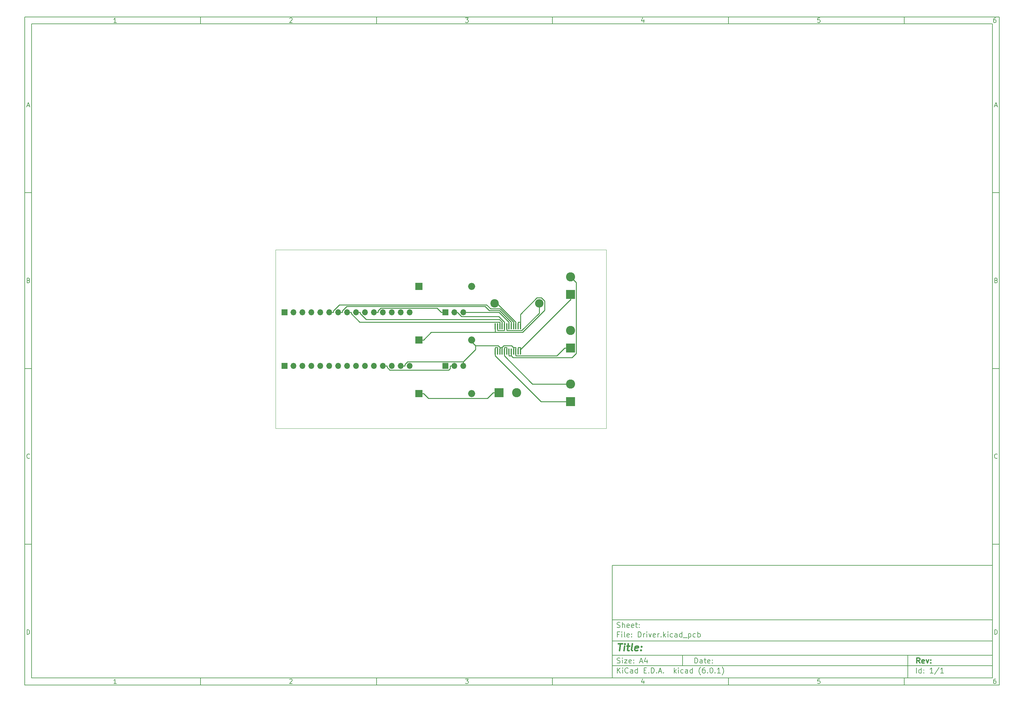
<source format=gbr>
%TF.GenerationSoftware,KiCad,Pcbnew,(6.0.1)*%
%TF.CreationDate,2022-04-25T15:26:44-04:00*%
%TF.ProjectId,Driver,44726976-6572-42e6-9b69-6361645f7063,rev?*%
%TF.SameCoordinates,Original*%
%TF.FileFunction,Copper,L1,Top*%
%TF.FilePolarity,Positive*%
%FSLAX46Y46*%
G04 Gerber Fmt 4.6, Leading zero omitted, Abs format (unit mm)*
G04 Created by KiCad (PCBNEW (6.0.1)) date 2022-04-25 15:26:44*
%MOMM*%
%LPD*%
G01*
G04 APERTURE LIST*
%ADD10C,0.100000*%
%ADD11C,0.150000*%
%ADD12C,0.300000*%
%ADD13C,0.400000*%
%TA.AperFunction,Profile*%
%ADD14C,0.100000*%
%TD*%
%TA.AperFunction,ComponentPad*%
%ADD15R,2.000000X2.000000*%
%TD*%
%TA.AperFunction,ComponentPad*%
%ADD16O,2.000000X2.000000*%
%TD*%
%TA.AperFunction,ComponentPad*%
%ADD17R,2.600000X2.600000*%
%TD*%
%TA.AperFunction,ComponentPad*%
%ADD18C,2.600000*%
%TD*%
%TA.AperFunction,ComponentPad*%
%ADD19R,1.700000X1.700000*%
%TD*%
%TA.AperFunction,ComponentPad*%
%ADD20O,1.700000X1.700000*%
%TD*%
%TA.AperFunction,ComponentPad*%
%ADD21C,2.400000*%
%TD*%
%TA.AperFunction,ComponentPad*%
%ADD22O,2.400000X2.400000*%
%TD*%
%TA.AperFunction,SMDPad,CuDef*%
%ADD23R,0.450000X1.750000*%
%TD*%
%TA.AperFunction,Conductor*%
%ADD24C,0.250000*%
%TD*%
G04 APERTURE END LIST*
D10*
D11*
X177002200Y-166007200D02*
X177002200Y-198007200D01*
X285002200Y-198007200D01*
X285002200Y-166007200D01*
X177002200Y-166007200D01*
D10*
D11*
X10000000Y-10000000D02*
X10000000Y-200007200D01*
X287002200Y-200007200D01*
X287002200Y-10000000D01*
X10000000Y-10000000D01*
D10*
D11*
X12000000Y-12000000D02*
X12000000Y-198007200D01*
X285002200Y-198007200D01*
X285002200Y-12000000D01*
X12000000Y-12000000D01*
D10*
D11*
X60000000Y-12000000D02*
X60000000Y-10000000D01*
D10*
D11*
X110000000Y-12000000D02*
X110000000Y-10000000D01*
D10*
D11*
X160000000Y-12000000D02*
X160000000Y-10000000D01*
D10*
D11*
X210000000Y-12000000D02*
X210000000Y-10000000D01*
D10*
D11*
X260000000Y-12000000D02*
X260000000Y-10000000D01*
D10*
D11*
X36065476Y-11588095D02*
X35322619Y-11588095D01*
X35694047Y-11588095D02*
X35694047Y-10288095D01*
X35570238Y-10473809D01*
X35446428Y-10597619D01*
X35322619Y-10659523D01*
D10*
D11*
X85322619Y-10411904D02*
X85384523Y-10350000D01*
X85508333Y-10288095D01*
X85817857Y-10288095D01*
X85941666Y-10350000D01*
X86003571Y-10411904D01*
X86065476Y-10535714D01*
X86065476Y-10659523D01*
X86003571Y-10845238D01*
X85260714Y-11588095D01*
X86065476Y-11588095D01*
D10*
D11*
X135260714Y-10288095D02*
X136065476Y-10288095D01*
X135632142Y-10783333D01*
X135817857Y-10783333D01*
X135941666Y-10845238D01*
X136003571Y-10907142D01*
X136065476Y-11030952D01*
X136065476Y-11340476D01*
X136003571Y-11464285D01*
X135941666Y-11526190D01*
X135817857Y-11588095D01*
X135446428Y-11588095D01*
X135322619Y-11526190D01*
X135260714Y-11464285D01*
D10*
D11*
X185941666Y-10721428D02*
X185941666Y-11588095D01*
X185632142Y-10226190D02*
X185322619Y-11154761D01*
X186127380Y-11154761D01*
D10*
D11*
X236003571Y-10288095D02*
X235384523Y-10288095D01*
X235322619Y-10907142D01*
X235384523Y-10845238D01*
X235508333Y-10783333D01*
X235817857Y-10783333D01*
X235941666Y-10845238D01*
X236003571Y-10907142D01*
X236065476Y-11030952D01*
X236065476Y-11340476D01*
X236003571Y-11464285D01*
X235941666Y-11526190D01*
X235817857Y-11588095D01*
X235508333Y-11588095D01*
X235384523Y-11526190D01*
X235322619Y-11464285D01*
D10*
D11*
X285941666Y-10288095D02*
X285694047Y-10288095D01*
X285570238Y-10350000D01*
X285508333Y-10411904D01*
X285384523Y-10597619D01*
X285322619Y-10845238D01*
X285322619Y-11340476D01*
X285384523Y-11464285D01*
X285446428Y-11526190D01*
X285570238Y-11588095D01*
X285817857Y-11588095D01*
X285941666Y-11526190D01*
X286003571Y-11464285D01*
X286065476Y-11340476D01*
X286065476Y-11030952D01*
X286003571Y-10907142D01*
X285941666Y-10845238D01*
X285817857Y-10783333D01*
X285570238Y-10783333D01*
X285446428Y-10845238D01*
X285384523Y-10907142D01*
X285322619Y-11030952D01*
D10*
D11*
X60000000Y-198007200D02*
X60000000Y-200007200D01*
D10*
D11*
X110000000Y-198007200D02*
X110000000Y-200007200D01*
D10*
D11*
X160000000Y-198007200D02*
X160000000Y-200007200D01*
D10*
D11*
X210000000Y-198007200D02*
X210000000Y-200007200D01*
D10*
D11*
X260000000Y-198007200D02*
X260000000Y-200007200D01*
D10*
D11*
X36065476Y-199595295D02*
X35322619Y-199595295D01*
X35694047Y-199595295D02*
X35694047Y-198295295D01*
X35570238Y-198481009D01*
X35446428Y-198604819D01*
X35322619Y-198666723D01*
D10*
D11*
X85322619Y-198419104D02*
X85384523Y-198357200D01*
X85508333Y-198295295D01*
X85817857Y-198295295D01*
X85941666Y-198357200D01*
X86003571Y-198419104D01*
X86065476Y-198542914D01*
X86065476Y-198666723D01*
X86003571Y-198852438D01*
X85260714Y-199595295D01*
X86065476Y-199595295D01*
D10*
D11*
X135260714Y-198295295D02*
X136065476Y-198295295D01*
X135632142Y-198790533D01*
X135817857Y-198790533D01*
X135941666Y-198852438D01*
X136003571Y-198914342D01*
X136065476Y-199038152D01*
X136065476Y-199347676D01*
X136003571Y-199471485D01*
X135941666Y-199533390D01*
X135817857Y-199595295D01*
X135446428Y-199595295D01*
X135322619Y-199533390D01*
X135260714Y-199471485D01*
D10*
D11*
X185941666Y-198728628D02*
X185941666Y-199595295D01*
X185632142Y-198233390D02*
X185322619Y-199161961D01*
X186127380Y-199161961D01*
D10*
D11*
X236003571Y-198295295D02*
X235384523Y-198295295D01*
X235322619Y-198914342D01*
X235384523Y-198852438D01*
X235508333Y-198790533D01*
X235817857Y-198790533D01*
X235941666Y-198852438D01*
X236003571Y-198914342D01*
X236065476Y-199038152D01*
X236065476Y-199347676D01*
X236003571Y-199471485D01*
X235941666Y-199533390D01*
X235817857Y-199595295D01*
X235508333Y-199595295D01*
X235384523Y-199533390D01*
X235322619Y-199471485D01*
D10*
D11*
X285941666Y-198295295D02*
X285694047Y-198295295D01*
X285570238Y-198357200D01*
X285508333Y-198419104D01*
X285384523Y-198604819D01*
X285322619Y-198852438D01*
X285322619Y-199347676D01*
X285384523Y-199471485D01*
X285446428Y-199533390D01*
X285570238Y-199595295D01*
X285817857Y-199595295D01*
X285941666Y-199533390D01*
X286003571Y-199471485D01*
X286065476Y-199347676D01*
X286065476Y-199038152D01*
X286003571Y-198914342D01*
X285941666Y-198852438D01*
X285817857Y-198790533D01*
X285570238Y-198790533D01*
X285446428Y-198852438D01*
X285384523Y-198914342D01*
X285322619Y-199038152D01*
D10*
D11*
X10000000Y-60000000D02*
X12000000Y-60000000D01*
D10*
D11*
X10000000Y-110000000D02*
X12000000Y-110000000D01*
D10*
D11*
X10000000Y-160000000D02*
X12000000Y-160000000D01*
D10*
D11*
X10690476Y-35216666D02*
X11309523Y-35216666D01*
X10566666Y-35588095D02*
X11000000Y-34288095D01*
X11433333Y-35588095D01*
D10*
D11*
X11092857Y-84907142D02*
X11278571Y-84969047D01*
X11340476Y-85030952D01*
X11402380Y-85154761D01*
X11402380Y-85340476D01*
X11340476Y-85464285D01*
X11278571Y-85526190D01*
X11154761Y-85588095D01*
X10659523Y-85588095D01*
X10659523Y-84288095D01*
X11092857Y-84288095D01*
X11216666Y-84350000D01*
X11278571Y-84411904D01*
X11340476Y-84535714D01*
X11340476Y-84659523D01*
X11278571Y-84783333D01*
X11216666Y-84845238D01*
X11092857Y-84907142D01*
X10659523Y-84907142D01*
D10*
D11*
X11402380Y-135464285D02*
X11340476Y-135526190D01*
X11154761Y-135588095D01*
X11030952Y-135588095D01*
X10845238Y-135526190D01*
X10721428Y-135402380D01*
X10659523Y-135278571D01*
X10597619Y-135030952D01*
X10597619Y-134845238D01*
X10659523Y-134597619D01*
X10721428Y-134473809D01*
X10845238Y-134350000D01*
X11030952Y-134288095D01*
X11154761Y-134288095D01*
X11340476Y-134350000D01*
X11402380Y-134411904D01*
D10*
D11*
X10659523Y-185588095D02*
X10659523Y-184288095D01*
X10969047Y-184288095D01*
X11154761Y-184350000D01*
X11278571Y-184473809D01*
X11340476Y-184597619D01*
X11402380Y-184845238D01*
X11402380Y-185030952D01*
X11340476Y-185278571D01*
X11278571Y-185402380D01*
X11154761Y-185526190D01*
X10969047Y-185588095D01*
X10659523Y-185588095D01*
D10*
D11*
X287002200Y-60000000D02*
X285002200Y-60000000D01*
D10*
D11*
X287002200Y-110000000D02*
X285002200Y-110000000D01*
D10*
D11*
X287002200Y-160000000D02*
X285002200Y-160000000D01*
D10*
D11*
X285692676Y-35216666D02*
X286311723Y-35216666D01*
X285568866Y-35588095D02*
X286002200Y-34288095D01*
X286435533Y-35588095D01*
D10*
D11*
X286095057Y-84907142D02*
X286280771Y-84969047D01*
X286342676Y-85030952D01*
X286404580Y-85154761D01*
X286404580Y-85340476D01*
X286342676Y-85464285D01*
X286280771Y-85526190D01*
X286156961Y-85588095D01*
X285661723Y-85588095D01*
X285661723Y-84288095D01*
X286095057Y-84288095D01*
X286218866Y-84350000D01*
X286280771Y-84411904D01*
X286342676Y-84535714D01*
X286342676Y-84659523D01*
X286280771Y-84783333D01*
X286218866Y-84845238D01*
X286095057Y-84907142D01*
X285661723Y-84907142D01*
D10*
D11*
X286404580Y-135464285D02*
X286342676Y-135526190D01*
X286156961Y-135588095D01*
X286033152Y-135588095D01*
X285847438Y-135526190D01*
X285723628Y-135402380D01*
X285661723Y-135278571D01*
X285599819Y-135030952D01*
X285599819Y-134845238D01*
X285661723Y-134597619D01*
X285723628Y-134473809D01*
X285847438Y-134350000D01*
X286033152Y-134288095D01*
X286156961Y-134288095D01*
X286342676Y-134350000D01*
X286404580Y-134411904D01*
D10*
D11*
X285661723Y-185588095D02*
X285661723Y-184288095D01*
X285971247Y-184288095D01*
X286156961Y-184350000D01*
X286280771Y-184473809D01*
X286342676Y-184597619D01*
X286404580Y-184845238D01*
X286404580Y-185030952D01*
X286342676Y-185278571D01*
X286280771Y-185402380D01*
X286156961Y-185526190D01*
X285971247Y-185588095D01*
X285661723Y-185588095D01*
D10*
D11*
X200434342Y-193785771D02*
X200434342Y-192285771D01*
X200791485Y-192285771D01*
X201005771Y-192357200D01*
X201148628Y-192500057D01*
X201220057Y-192642914D01*
X201291485Y-192928628D01*
X201291485Y-193142914D01*
X201220057Y-193428628D01*
X201148628Y-193571485D01*
X201005771Y-193714342D01*
X200791485Y-193785771D01*
X200434342Y-193785771D01*
X202577200Y-193785771D02*
X202577200Y-193000057D01*
X202505771Y-192857200D01*
X202362914Y-192785771D01*
X202077200Y-192785771D01*
X201934342Y-192857200D01*
X202577200Y-193714342D02*
X202434342Y-193785771D01*
X202077200Y-193785771D01*
X201934342Y-193714342D01*
X201862914Y-193571485D01*
X201862914Y-193428628D01*
X201934342Y-193285771D01*
X202077200Y-193214342D01*
X202434342Y-193214342D01*
X202577200Y-193142914D01*
X203077200Y-192785771D02*
X203648628Y-192785771D01*
X203291485Y-192285771D02*
X203291485Y-193571485D01*
X203362914Y-193714342D01*
X203505771Y-193785771D01*
X203648628Y-193785771D01*
X204720057Y-193714342D02*
X204577200Y-193785771D01*
X204291485Y-193785771D01*
X204148628Y-193714342D01*
X204077200Y-193571485D01*
X204077200Y-193000057D01*
X204148628Y-192857200D01*
X204291485Y-192785771D01*
X204577200Y-192785771D01*
X204720057Y-192857200D01*
X204791485Y-193000057D01*
X204791485Y-193142914D01*
X204077200Y-193285771D01*
X205434342Y-193642914D02*
X205505771Y-193714342D01*
X205434342Y-193785771D01*
X205362914Y-193714342D01*
X205434342Y-193642914D01*
X205434342Y-193785771D01*
X205434342Y-192857200D02*
X205505771Y-192928628D01*
X205434342Y-193000057D01*
X205362914Y-192928628D01*
X205434342Y-192857200D01*
X205434342Y-193000057D01*
D10*
D11*
X177002200Y-194507200D02*
X285002200Y-194507200D01*
D10*
D11*
X178434342Y-196585771D02*
X178434342Y-195085771D01*
X179291485Y-196585771D02*
X178648628Y-195728628D01*
X179291485Y-195085771D02*
X178434342Y-195942914D01*
X179934342Y-196585771D02*
X179934342Y-195585771D01*
X179934342Y-195085771D02*
X179862914Y-195157200D01*
X179934342Y-195228628D01*
X180005771Y-195157200D01*
X179934342Y-195085771D01*
X179934342Y-195228628D01*
X181505771Y-196442914D02*
X181434342Y-196514342D01*
X181220057Y-196585771D01*
X181077200Y-196585771D01*
X180862914Y-196514342D01*
X180720057Y-196371485D01*
X180648628Y-196228628D01*
X180577200Y-195942914D01*
X180577200Y-195728628D01*
X180648628Y-195442914D01*
X180720057Y-195300057D01*
X180862914Y-195157200D01*
X181077200Y-195085771D01*
X181220057Y-195085771D01*
X181434342Y-195157200D01*
X181505771Y-195228628D01*
X182791485Y-196585771D02*
X182791485Y-195800057D01*
X182720057Y-195657200D01*
X182577200Y-195585771D01*
X182291485Y-195585771D01*
X182148628Y-195657200D01*
X182791485Y-196514342D02*
X182648628Y-196585771D01*
X182291485Y-196585771D01*
X182148628Y-196514342D01*
X182077200Y-196371485D01*
X182077200Y-196228628D01*
X182148628Y-196085771D01*
X182291485Y-196014342D01*
X182648628Y-196014342D01*
X182791485Y-195942914D01*
X184148628Y-196585771D02*
X184148628Y-195085771D01*
X184148628Y-196514342D02*
X184005771Y-196585771D01*
X183720057Y-196585771D01*
X183577200Y-196514342D01*
X183505771Y-196442914D01*
X183434342Y-196300057D01*
X183434342Y-195871485D01*
X183505771Y-195728628D01*
X183577200Y-195657200D01*
X183720057Y-195585771D01*
X184005771Y-195585771D01*
X184148628Y-195657200D01*
X186005771Y-195800057D02*
X186505771Y-195800057D01*
X186720057Y-196585771D02*
X186005771Y-196585771D01*
X186005771Y-195085771D01*
X186720057Y-195085771D01*
X187362914Y-196442914D02*
X187434342Y-196514342D01*
X187362914Y-196585771D01*
X187291485Y-196514342D01*
X187362914Y-196442914D01*
X187362914Y-196585771D01*
X188077200Y-196585771D02*
X188077200Y-195085771D01*
X188434342Y-195085771D01*
X188648628Y-195157200D01*
X188791485Y-195300057D01*
X188862914Y-195442914D01*
X188934342Y-195728628D01*
X188934342Y-195942914D01*
X188862914Y-196228628D01*
X188791485Y-196371485D01*
X188648628Y-196514342D01*
X188434342Y-196585771D01*
X188077200Y-196585771D01*
X189577200Y-196442914D02*
X189648628Y-196514342D01*
X189577200Y-196585771D01*
X189505771Y-196514342D01*
X189577200Y-196442914D01*
X189577200Y-196585771D01*
X190220057Y-196157200D02*
X190934342Y-196157200D01*
X190077200Y-196585771D02*
X190577200Y-195085771D01*
X191077200Y-196585771D01*
X191577200Y-196442914D02*
X191648628Y-196514342D01*
X191577200Y-196585771D01*
X191505771Y-196514342D01*
X191577200Y-196442914D01*
X191577200Y-196585771D01*
X194577200Y-196585771D02*
X194577200Y-195085771D01*
X194720057Y-196014342D02*
X195148628Y-196585771D01*
X195148628Y-195585771D02*
X194577200Y-196157200D01*
X195791485Y-196585771D02*
X195791485Y-195585771D01*
X195791485Y-195085771D02*
X195720057Y-195157200D01*
X195791485Y-195228628D01*
X195862914Y-195157200D01*
X195791485Y-195085771D01*
X195791485Y-195228628D01*
X197148628Y-196514342D02*
X197005771Y-196585771D01*
X196720057Y-196585771D01*
X196577200Y-196514342D01*
X196505771Y-196442914D01*
X196434342Y-196300057D01*
X196434342Y-195871485D01*
X196505771Y-195728628D01*
X196577200Y-195657200D01*
X196720057Y-195585771D01*
X197005771Y-195585771D01*
X197148628Y-195657200D01*
X198434342Y-196585771D02*
X198434342Y-195800057D01*
X198362914Y-195657200D01*
X198220057Y-195585771D01*
X197934342Y-195585771D01*
X197791485Y-195657200D01*
X198434342Y-196514342D02*
X198291485Y-196585771D01*
X197934342Y-196585771D01*
X197791485Y-196514342D01*
X197720057Y-196371485D01*
X197720057Y-196228628D01*
X197791485Y-196085771D01*
X197934342Y-196014342D01*
X198291485Y-196014342D01*
X198434342Y-195942914D01*
X199791485Y-196585771D02*
X199791485Y-195085771D01*
X199791485Y-196514342D02*
X199648628Y-196585771D01*
X199362914Y-196585771D01*
X199220057Y-196514342D01*
X199148628Y-196442914D01*
X199077200Y-196300057D01*
X199077200Y-195871485D01*
X199148628Y-195728628D01*
X199220057Y-195657200D01*
X199362914Y-195585771D01*
X199648628Y-195585771D01*
X199791485Y-195657200D01*
X202077200Y-197157200D02*
X202005771Y-197085771D01*
X201862914Y-196871485D01*
X201791485Y-196728628D01*
X201720057Y-196514342D01*
X201648628Y-196157200D01*
X201648628Y-195871485D01*
X201720057Y-195514342D01*
X201791485Y-195300057D01*
X201862914Y-195157200D01*
X202005771Y-194942914D01*
X202077200Y-194871485D01*
X203291485Y-195085771D02*
X203005771Y-195085771D01*
X202862914Y-195157200D01*
X202791485Y-195228628D01*
X202648628Y-195442914D01*
X202577200Y-195728628D01*
X202577200Y-196300057D01*
X202648628Y-196442914D01*
X202720057Y-196514342D01*
X202862914Y-196585771D01*
X203148628Y-196585771D01*
X203291485Y-196514342D01*
X203362914Y-196442914D01*
X203434342Y-196300057D01*
X203434342Y-195942914D01*
X203362914Y-195800057D01*
X203291485Y-195728628D01*
X203148628Y-195657200D01*
X202862914Y-195657200D01*
X202720057Y-195728628D01*
X202648628Y-195800057D01*
X202577200Y-195942914D01*
X204077200Y-196442914D02*
X204148628Y-196514342D01*
X204077200Y-196585771D01*
X204005771Y-196514342D01*
X204077200Y-196442914D01*
X204077200Y-196585771D01*
X205077200Y-195085771D02*
X205220057Y-195085771D01*
X205362914Y-195157200D01*
X205434342Y-195228628D01*
X205505771Y-195371485D01*
X205577200Y-195657200D01*
X205577200Y-196014342D01*
X205505771Y-196300057D01*
X205434342Y-196442914D01*
X205362914Y-196514342D01*
X205220057Y-196585771D01*
X205077200Y-196585771D01*
X204934342Y-196514342D01*
X204862914Y-196442914D01*
X204791485Y-196300057D01*
X204720057Y-196014342D01*
X204720057Y-195657200D01*
X204791485Y-195371485D01*
X204862914Y-195228628D01*
X204934342Y-195157200D01*
X205077200Y-195085771D01*
X206220057Y-196442914D02*
X206291485Y-196514342D01*
X206220057Y-196585771D01*
X206148628Y-196514342D01*
X206220057Y-196442914D01*
X206220057Y-196585771D01*
X207720057Y-196585771D02*
X206862914Y-196585771D01*
X207291485Y-196585771D02*
X207291485Y-195085771D01*
X207148628Y-195300057D01*
X207005771Y-195442914D01*
X206862914Y-195514342D01*
X208220057Y-197157200D02*
X208291485Y-197085771D01*
X208434342Y-196871485D01*
X208505771Y-196728628D01*
X208577200Y-196514342D01*
X208648628Y-196157200D01*
X208648628Y-195871485D01*
X208577200Y-195514342D01*
X208505771Y-195300057D01*
X208434342Y-195157200D01*
X208291485Y-194942914D01*
X208220057Y-194871485D01*
D10*
D11*
X177002200Y-191507200D02*
X285002200Y-191507200D01*
D10*
D12*
X264411485Y-193785771D02*
X263911485Y-193071485D01*
X263554342Y-193785771D02*
X263554342Y-192285771D01*
X264125771Y-192285771D01*
X264268628Y-192357200D01*
X264340057Y-192428628D01*
X264411485Y-192571485D01*
X264411485Y-192785771D01*
X264340057Y-192928628D01*
X264268628Y-193000057D01*
X264125771Y-193071485D01*
X263554342Y-193071485D01*
X265625771Y-193714342D02*
X265482914Y-193785771D01*
X265197200Y-193785771D01*
X265054342Y-193714342D01*
X264982914Y-193571485D01*
X264982914Y-193000057D01*
X265054342Y-192857200D01*
X265197200Y-192785771D01*
X265482914Y-192785771D01*
X265625771Y-192857200D01*
X265697200Y-193000057D01*
X265697200Y-193142914D01*
X264982914Y-193285771D01*
X266197200Y-192785771D02*
X266554342Y-193785771D01*
X266911485Y-192785771D01*
X267482914Y-193642914D02*
X267554342Y-193714342D01*
X267482914Y-193785771D01*
X267411485Y-193714342D01*
X267482914Y-193642914D01*
X267482914Y-193785771D01*
X267482914Y-192857200D02*
X267554342Y-192928628D01*
X267482914Y-193000057D01*
X267411485Y-192928628D01*
X267482914Y-192857200D01*
X267482914Y-193000057D01*
D10*
D11*
X178362914Y-193714342D02*
X178577200Y-193785771D01*
X178934342Y-193785771D01*
X179077200Y-193714342D01*
X179148628Y-193642914D01*
X179220057Y-193500057D01*
X179220057Y-193357200D01*
X179148628Y-193214342D01*
X179077200Y-193142914D01*
X178934342Y-193071485D01*
X178648628Y-193000057D01*
X178505771Y-192928628D01*
X178434342Y-192857200D01*
X178362914Y-192714342D01*
X178362914Y-192571485D01*
X178434342Y-192428628D01*
X178505771Y-192357200D01*
X178648628Y-192285771D01*
X179005771Y-192285771D01*
X179220057Y-192357200D01*
X179862914Y-193785771D02*
X179862914Y-192785771D01*
X179862914Y-192285771D02*
X179791485Y-192357200D01*
X179862914Y-192428628D01*
X179934342Y-192357200D01*
X179862914Y-192285771D01*
X179862914Y-192428628D01*
X180434342Y-192785771D02*
X181220057Y-192785771D01*
X180434342Y-193785771D01*
X181220057Y-193785771D01*
X182362914Y-193714342D02*
X182220057Y-193785771D01*
X181934342Y-193785771D01*
X181791485Y-193714342D01*
X181720057Y-193571485D01*
X181720057Y-193000057D01*
X181791485Y-192857200D01*
X181934342Y-192785771D01*
X182220057Y-192785771D01*
X182362914Y-192857200D01*
X182434342Y-193000057D01*
X182434342Y-193142914D01*
X181720057Y-193285771D01*
X183077200Y-193642914D02*
X183148628Y-193714342D01*
X183077200Y-193785771D01*
X183005771Y-193714342D01*
X183077200Y-193642914D01*
X183077200Y-193785771D01*
X183077200Y-192857200D02*
X183148628Y-192928628D01*
X183077200Y-193000057D01*
X183005771Y-192928628D01*
X183077200Y-192857200D01*
X183077200Y-193000057D01*
X184862914Y-193357200D02*
X185577200Y-193357200D01*
X184720057Y-193785771D02*
X185220057Y-192285771D01*
X185720057Y-193785771D01*
X186862914Y-192785771D02*
X186862914Y-193785771D01*
X186505771Y-192214342D02*
X186148628Y-193285771D01*
X187077200Y-193285771D01*
D10*
D11*
X263434342Y-196585771D02*
X263434342Y-195085771D01*
X264791485Y-196585771D02*
X264791485Y-195085771D01*
X264791485Y-196514342D02*
X264648628Y-196585771D01*
X264362914Y-196585771D01*
X264220057Y-196514342D01*
X264148628Y-196442914D01*
X264077200Y-196300057D01*
X264077200Y-195871485D01*
X264148628Y-195728628D01*
X264220057Y-195657200D01*
X264362914Y-195585771D01*
X264648628Y-195585771D01*
X264791485Y-195657200D01*
X265505771Y-196442914D02*
X265577200Y-196514342D01*
X265505771Y-196585771D01*
X265434342Y-196514342D01*
X265505771Y-196442914D01*
X265505771Y-196585771D01*
X265505771Y-195657200D02*
X265577200Y-195728628D01*
X265505771Y-195800057D01*
X265434342Y-195728628D01*
X265505771Y-195657200D01*
X265505771Y-195800057D01*
X268148628Y-196585771D02*
X267291485Y-196585771D01*
X267720057Y-196585771D02*
X267720057Y-195085771D01*
X267577200Y-195300057D01*
X267434342Y-195442914D01*
X267291485Y-195514342D01*
X269862914Y-195014342D02*
X268577200Y-196942914D01*
X271148628Y-196585771D02*
X270291485Y-196585771D01*
X270720057Y-196585771D02*
X270720057Y-195085771D01*
X270577200Y-195300057D01*
X270434342Y-195442914D01*
X270291485Y-195514342D01*
D10*
D11*
X177002200Y-187507200D02*
X285002200Y-187507200D01*
D10*
D13*
X178714580Y-188211961D02*
X179857438Y-188211961D01*
X179036009Y-190211961D02*
X179286009Y-188211961D01*
X180274104Y-190211961D02*
X180440771Y-188878628D01*
X180524104Y-188211961D02*
X180416961Y-188307200D01*
X180500295Y-188402438D01*
X180607438Y-188307200D01*
X180524104Y-188211961D01*
X180500295Y-188402438D01*
X181107438Y-188878628D02*
X181869342Y-188878628D01*
X181476485Y-188211961D02*
X181262200Y-189926247D01*
X181333628Y-190116723D01*
X181512200Y-190211961D01*
X181702676Y-190211961D01*
X182655057Y-190211961D02*
X182476485Y-190116723D01*
X182405057Y-189926247D01*
X182619342Y-188211961D01*
X184190771Y-190116723D02*
X183988390Y-190211961D01*
X183607438Y-190211961D01*
X183428866Y-190116723D01*
X183357438Y-189926247D01*
X183452676Y-189164342D01*
X183571723Y-188973866D01*
X183774104Y-188878628D01*
X184155057Y-188878628D01*
X184333628Y-188973866D01*
X184405057Y-189164342D01*
X184381247Y-189354819D01*
X183405057Y-189545295D01*
X185155057Y-190021485D02*
X185238390Y-190116723D01*
X185131247Y-190211961D01*
X185047914Y-190116723D01*
X185155057Y-190021485D01*
X185131247Y-190211961D01*
X185286009Y-188973866D02*
X185369342Y-189069104D01*
X185262200Y-189164342D01*
X185178866Y-189069104D01*
X185286009Y-188973866D01*
X185262200Y-189164342D01*
D10*
D11*
X178934342Y-185600057D02*
X178434342Y-185600057D01*
X178434342Y-186385771D02*
X178434342Y-184885771D01*
X179148628Y-184885771D01*
X179720057Y-186385771D02*
X179720057Y-185385771D01*
X179720057Y-184885771D02*
X179648628Y-184957200D01*
X179720057Y-185028628D01*
X179791485Y-184957200D01*
X179720057Y-184885771D01*
X179720057Y-185028628D01*
X180648628Y-186385771D02*
X180505771Y-186314342D01*
X180434342Y-186171485D01*
X180434342Y-184885771D01*
X181791485Y-186314342D02*
X181648628Y-186385771D01*
X181362914Y-186385771D01*
X181220057Y-186314342D01*
X181148628Y-186171485D01*
X181148628Y-185600057D01*
X181220057Y-185457200D01*
X181362914Y-185385771D01*
X181648628Y-185385771D01*
X181791485Y-185457200D01*
X181862914Y-185600057D01*
X181862914Y-185742914D01*
X181148628Y-185885771D01*
X182505771Y-186242914D02*
X182577200Y-186314342D01*
X182505771Y-186385771D01*
X182434342Y-186314342D01*
X182505771Y-186242914D01*
X182505771Y-186385771D01*
X182505771Y-185457200D02*
X182577200Y-185528628D01*
X182505771Y-185600057D01*
X182434342Y-185528628D01*
X182505771Y-185457200D01*
X182505771Y-185600057D01*
X184362914Y-186385771D02*
X184362914Y-184885771D01*
X184720057Y-184885771D01*
X184934342Y-184957200D01*
X185077200Y-185100057D01*
X185148628Y-185242914D01*
X185220057Y-185528628D01*
X185220057Y-185742914D01*
X185148628Y-186028628D01*
X185077200Y-186171485D01*
X184934342Y-186314342D01*
X184720057Y-186385771D01*
X184362914Y-186385771D01*
X185862914Y-186385771D02*
X185862914Y-185385771D01*
X185862914Y-185671485D02*
X185934342Y-185528628D01*
X186005771Y-185457200D01*
X186148628Y-185385771D01*
X186291485Y-185385771D01*
X186791485Y-186385771D02*
X186791485Y-185385771D01*
X186791485Y-184885771D02*
X186720057Y-184957200D01*
X186791485Y-185028628D01*
X186862914Y-184957200D01*
X186791485Y-184885771D01*
X186791485Y-185028628D01*
X187362914Y-185385771D02*
X187720057Y-186385771D01*
X188077200Y-185385771D01*
X189220057Y-186314342D02*
X189077200Y-186385771D01*
X188791485Y-186385771D01*
X188648628Y-186314342D01*
X188577200Y-186171485D01*
X188577200Y-185600057D01*
X188648628Y-185457200D01*
X188791485Y-185385771D01*
X189077200Y-185385771D01*
X189220057Y-185457200D01*
X189291485Y-185600057D01*
X189291485Y-185742914D01*
X188577200Y-185885771D01*
X189934342Y-186385771D02*
X189934342Y-185385771D01*
X189934342Y-185671485D02*
X190005771Y-185528628D01*
X190077200Y-185457200D01*
X190220057Y-185385771D01*
X190362914Y-185385771D01*
X190862914Y-186242914D02*
X190934342Y-186314342D01*
X190862914Y-186385771D01*
X190791485Y-186314342D01*
X190862914Y-186242914D01*
X190862914Y-186385771D01*
X191577200Y-186385771D02*
X191577200Y-184885771D01*
X191720057Y-185814342D02*
X192148628Y-186385771D01*
X192148628Y-185385771D02*
X191577200Y-185957200D01*
X192791485Y-186385771D02*
X192791485Y-185385771D01*
X192791485Y-184885771D02*
X192720057Y-184957200D01*
X192791485Y-185028628D01*
X192862914Y-184957200D01*
X192791485Y-184885771D01*
X192791485Y-185028628D01*
X194148628Y-186314342D02*
X194005771Y-186385771D01*
X193720057Y-186385771D01*
X193577200Y-186314342D01*
X193505771Y-186242914D01*
X193434342Y-186100057D01*
X193434342Y-185671485D01*
X193505771Y-185528628D01*
X193577200Y-185457200D01*
X193720057Y-185385771D01*
X194005771Y-185385771D01*
X194148628Y-185457200D01*
X195434342Y-186385771D02*
X195434342Y-185600057D01*
X195362914Y-185457200D01*
X195220057Y-185385771D01*
X194934342Y-185385771D01*
X194791485Y-185457200D01*
X195434342Y-186314342D02*
X195291485Y-186385771D01*
X194934342Y-186385771D01*
X194791485Y-186314342D01*
X194720057Y-186171485D01*
X194720057Y-186028628D01*
X194791485Y-185885771D01*
X194934342Y-185814342D01*
X195291485Y-185814342D01*
X195434342Y-185742914D01*
X196791485Y-186385771D02*
X196791485Y-184885771D01*
X196791485Y-186314342D02*
X196648628Y-186385771D01*
X196362914Y-186385771D01*
X196220057Y-186314342D01*
X196148628Y-186242914D01*
X196077200Y-186100057D01*
X196077200Y-185671485D01*
X196148628Y-185528628D01*
X196220057Y-185457200D01*
X196362914Y-185385771D01*
X196648628Y-185385771D01*
X196791485Y-185457200D01*
X197148628Y-186528628D02*
X198291485Y-186528628D01*
X198648628Y-185385771D02*
X198648628Y-186885771D01*
X198648628Y-185457200D02*
X198791485Y-185385771D01*
X199077200Y-185385771D01*
X199220057Y-185457200D01*
X199291485Y-185528628D01*
X199362914Y-185671485D01*
X199362914Y-186100057D01*
X199291485Y-186242914D01*
X199220057Y-186314342D01*
X199077200Y-186385771D01*
X198791485Y-186385771D01*
X198648628Y-186314342D01*
X200648628Y-186314342D02*
X200505771Y-186385771D01*
X200220057Y-186385771D01*
X200077200Y-186314342D01*
X200005771Y-186242914D01*
X199934342Y-186100057D01*
X199934342Y-185671485D01*
X200005771Y-185528628D01*
X200077200Y-185457200D01*
X200220057Y-185385771D01*
X200505771Y-185385771D01*
X200648628Y-185457200D01*
X201291485Y-186385771D02*
X201291485Y-184885771D01*
X201291485Y-185457200D02*
X201434342Y-185385771D01*
X201720057Y-185385771D01*
X201862914Y-185457200D01*
X201934342Y-185528628D01*
X202005771Y-185671485D01*
X202005771Y-186100057D01*
X201934342Y-186242914D01*
X201862914Y-186314342D01*
X201720057Y-186385771D01*
X201434342Y-186385771D01*
X201291485Y-186314342D01*
D10*
D11*
X177002200Y-181507200D02*
X285002200Y-181507200D01*
D10*
D11*
X178362914Y-183614342D02*
X178577200Y-183685771D01*
X178934342Y-183685771D01*
X179077200Y-183614342D01*
X179148628Y-183542914D01*
X179220057Y-183400057D01*
X179220057Y-183257200D01*
X179148628Y-183114342D01*
X179077200Y-183042914D01*
X178934342Y-182971485D01*
X178648628Y-182900057D01*
X178505771Y-182828628D01*
X178434342Y-182757200D01*
X178362914Y-182614342D01*
X178362914Y-182471485D01*
X178434342Y-182328628D01*
X178505771Y-182257200D01*
X178648628Y-182185771D01*
X179005771Y-182185771D01*
X179220057Y-182257200D01*
X179862914Y-183685771D02*
X179862914Y-182185771D01*
X180505771Y-183685771D02*
X180505771Y-182900057D01*
X180434342Y-182757200D01*
X180291485Y-182685771D01*
X180077200Y-182685771D01*
X179934342Y-182757200D01*
X179862914Y-182828628D01*
X181791485Y-183614342D02*
X181648628Y-183685771D01*
X181362914Y-183685771D01*
X181220057Y-183614342D01*
X181148628Y-183471485D01*
X181148628Y-182900057D01*
X181220057Y-182757200D01*
X181362914Y-182685771D01*
X181648628Y-182685771D01*
X181791485Y-182757200D01*
X181862914Y-182900057D01*
X181862914Y-183042914D01*
X181148628Y-183185771D01*
X183077200Y-183614342D02*
X182934342Y-183685771D01*
X182648628Y-183685771D01*
X182505771Y-183614342D01*
X182434342Y-183471485D01*
X182434342Y-182900057D01*
X182505771Y-182757200D01*
X182648628Y-182685771D01*
X182934342Y-182685771D01*
X183077200Y-182757200D01*
X183148628Y-182900057D01*
X183148628Y-183042914D01*
X182434342Y-183185771D01*
X183577200Y-182685771D02*
X184148628Y-182685771D01*
X183791485Y-182185771D02*
X183791485Y-183471485D01*
X183862914Y-183614342D01*
X184005771Y-183685771D01*
X184148628Y-183685771D01*
X184648628Y-183542914D02*
X184720057Y-183614342D01*
X184648628Y-183685771D01*
X184577200Y-183614342D01*
X184648628Y-183542914D01*
X184648628Y-183685771D01*
X184648628Y-182757200D02*
X184720057Y-182828628D01*
X184648628Y-182900057D01*
X184577200Y-182828628D01*
X184648628Y-182757200D01*
X184648628Y-182900057D01*
D10*
D12*
D10*
D11*
D10*
D11*
D10*
D11*
D10*
D11*
D10*
D11*
X197002200Y-191507200D02*
X197002200Y-194507200D01*
D10*
D11*
X261002200Y-191507200D02*
X261002200Y-198007200D01*
D14*
X175260000Y-76200000D02*
X81280000Y-76200000D01*
X81280000Y-76200000D02*
X81280000Y-127000000D01*
X81280000Y-127000000D02*
X175260000Y-127000000D01*
X175260000Y-127000000D02*
X175260000Y-76200000D01*
D15*
%TO.P,C2,1*%
%TO.N,/5V*%
X122040000Y-86602500D03*
D16*
%TO.P,C2,2*%
%TO.N,GND*%
X137040000Y-86602500D03*
%TD*%
D17*
%TO.P,VmotorIN1,1,Pin_1*%
%TO.N,Net-(C1-Pad1)*%
X144780000Y-116840000D03*
D18*
%TO.P,VmotorIN1,2,Pin_2*%
%TO.N,GND*%
X149780000Y-116840000D03*
%TD*%
D17*
%TO.P,MotorA1,1,Pin_1*%
%TO.N,Net-(MotorA1-Pad1)*%
X165100000Y-119380000D03*
D18*
%TO.P,MotorA1,2,Pin_2*%
%TO.N,Net-(MotorA1-Pad2)*%
X165100000Y-114380000D03*
%TD*%
D15*
%TO.P,C3,1*%
%TO.N,Net-(C1-Pad1)*%
X122040000Y-101842500D03*
D16*
%TO.P,C3,2*%
%TO.N,GND*%
X137040000Y-101842500D03*
%TD*%
D15*
%TO.P,C1,1*%
%TO.N,Net-(C1-Pad1)*%
X122040000Y-117082500D03*
D16*
%TO.P,C1,2*%
%TO.N,GND*%
X137040000Y-117082500D03*
%TD*%
D19*
%TO.P,Servo2,1,Pin_1*%
%TO.N,Net-(JP2-Pad11)*%
X129540000Y-93980000D03*
D20*
%TO.P,Servo2,2,Pin_2*%
%TO.N,/5V*%
X132080000Y-93980000D03*
%TO.P,Servo2,3,Pin_3*%
%TO.N,GND*%
X134620000Y-93980000D03*
%TD*%
D17*
%TO.P,MotorB1,1,Pin_1*%
%TO.N,Net-(MotorB1-Pad1)*%
X165100000Y-88900000D03*
D18*
%TO.P,MotorB1,2,Pin_2*%
%TO.N,Net-(MotorB1-Pad2)*%
X165100000Y-83900000D03*
%TD*%
D19*
%TO.P,JP1,1,Pin_1*%
%TO.N,unconnected-(JP1-Pad1)*%
X83820000Y-109220000D03*
D20*
%TO.P,JP1,2,Pin_2*%
%TO.N,unconnected-(JP1-Pad2)*%
X86360000Y-109220000D03*
%TO.P,JP1,3,Pin_3*%
%TO.N,unconnected-(JP1-Pad3)*%
X88900000Y-109220000D03*
%TO.P,JP1,4,Pin_4*%
%TO.N,unconnected-(JP1-Pad4)*%
X91440000Y-109220000D03*
%TO.P,JP1,5,Pin_5*%
%TO.N,unconnected-(JP1-Pad5)*%
X93980000Y-109220000D03*
%TO.P,JP1,6,Pin_6*%
%TO.N,unconnected-(JP1-Pad6)*%
X96520000Y-109220000D03*
%TO.P,JP1,7,Pin_7*%
%TO.N,unconnected-(JP1-Pad7)*%
X99060000Y-109220000D03*
%TO.P,JP1,8,Pin_8*%
%TO.N,unconnected-(JP1-Pad8)*%
X101600000Y-109220000D03*
%TO.P,JP1,9,Pin_9*%
%TO.N,unconnected-(JP1-Pad9)*%
X104140000Y-109220000D03*
%TO.P,JP1,10,Pin_10*%
%TO.N,unconnected-(JP1-Pad10)*%
X106680000Y-109220000D03*
%TO.P,JP1,11,Pin_11*%
%TO.N,unconnected-(JP1-Pad11)*%
X109220000Y-109220000D03*
%TO.P,JP1,12,Pin_12*%
%TO.N,/5V*%
X111760000Y-109220000D03*
%TO.P,JP1,13,Pin_13*%
%TO.N,unconnected-(JP1-Pad13)*%
X114300000Y-109220000D03*
%TO.P,JP1,14,Pin_14*%
%TO.N,GND*%
X116840000Y-109220000D03*
%TO.P,JP1,15,Pin_15*%
%TO.N,unconnected-(JP1-Pad15)*%
X119380000Y-109220000D03*
%TD*%
D19*
%TO.P,JP2,1,Pin_1*%
%TO.N,unconnected-(JP2-Pad1)*%
X83820000Y-93980000D03*
D20*
%TO.P,JP2,2,Pin_2*%
%TO.N,unconnected-(JP2-Pad2)*%
X86360000Y-93980000D03*
%TO.P,JP2,3,Pin_3*%
%TO.N,unconnected-(JP2-Pad3)*%
X88900000Y-93980000D03*
%TO.P,JP2,4,Pin_4*%
%TO.N,unconnected-(JP2-Pad4)*%
X91440000Y-93980000D03*
%TO.P,JP2,5,Pin_5*%
%TO.N,unconnected-(JP2-Pad5)*%
X93980000Y-93980000D03*
%TO.P,JP2,6,Pin_6*%
%TO.N,Net-(JP2-Pad6)*%
X96520000Y-93980000D03*
%TO.P,JP2,7,Pin_7*%
%TO.N,Net-(JP2-Pad7)*%
X99060000Y-93980000D03*
%TO.P,JP2,8,Pin_8*%
%TO.N,Net-(JP2-Pad8)*%
X101600000Y-93980000D03*
%TO.P,JP2,9,Pin_9*%
%TO.N,Net-(JP2-Pad9)*%
X104140000Y-93980000D03*
%TO.P,JP2,10,Pin_10*%
%TO.N,Net-(JP2-Pad10)*%
X106680000Y-93980000D03*
%TO.P,JP2,11,Pin_11*%
%TO.N,Net-(JP2-Pad11)*%
X109220000Y-93980000D03*
%TO.P,JP2,12,Pin_12*%
%TO.N,unconnected-(JP2-Pad12)*%
X111760000Y-93980000D03*
%TO.P,JP2,13,Pin_13*%
%TO.N,unconnected-(JP2-Pad13)*%
X114300000Y-93980000D03*
%TO.P,JP2,14,Pin_14*%
%TO.N,unconnected-(JP2-Pad14)*%
X116840000Y-93980000D03*
%TO.P,JP2,15,Pin_15*%
%TO.N,unconnected-(JP2-Pad15)*%
X119380000Y-93980000D03*
%TD*%
D17*
%TO.P,GND1,1,Pin_1*%
%TO.N,GND*%
X165100000Y-104140000D03*
D18*
%TO.P,GND1,2,Pin_2*%
X165100000Y-99140000D03*
%TD*%
D19*
%TO.P,Servo1,1,Pin_1*%
%TO.N,Net-(JP2-Pad10)*%
X129540000Y-109220000D03*
D20*
%TO.P,Servo1,2,Pin_2*%
%TO.N,/5V*%
X132080000Y-109220000D03*
%TO.P,Servo1,3,Pin_3*%
%TO.N,GND*%
X134620000Y-109220000D03*
%TD*%
D21*
%TO.P,R1,1*%
%TO.N,/5V*%
X143510000Y-91440000D03*
D22*
%TO.P,R1,2*%
%TO.N,Net-(R1-Pad2)*%
X156210000Y-91440000D03*
%TD*%
D23*
%TO.P,U1,1,AO1*%
%TO.N,Net-(MotorA1-Pad1)*%
X143745000Y-105200000D03*
%TO.P,U1,2,AO1*%
X144395000Y-105200000D03*
%TO.P,U1,3,PGND1*%
%TO.N,GND*%
X145045000Y-105200000D03*
%TO.P,U1,4,PGND1*%
X145695000Y-105200000D03*
%TO.P,U1,5,AO2*%
%TO.N,Net-(MotorA1-Pad2)*%
X146345000Y-105200000D03*
%TO.P,U1,6,AO2*%
X146995000Y-105200000D03*
%TO.P,U1,7,BO2*%
%TO.N,Net-(MotorB1-Pad2)*%
X147645000Y-105200000D03*
%TO.P,U1,8,BO2*%
X148295000Y-105200000D03*
%TO.P,U1,9,PGND2*%
%TO.N,GND*%
X148945000Y-105200000D03*
%TO.P,U1,10,PGND2*%
X149595000Y-105200000D03*
%TO.P,U1,11,BO1*%
%TO.N,Net-(MotorB1-Pad1)*%
X150245000Y-105200000D03*
%TO.P,U1,12,BO1*%
X150895000Y-105200000D03*
%TO.P,U1,13,VM2*%
%TO.N,Net-(C1-Pad1)*%
X150895000Y-98000000D03*
%TO.P,U1,14,VM3*%
X150245000Y-98000000D03*
%TO.P,U1,15,PWMB*%
%TO.N,/5V*%
X149595000Y-98000000D03*
%TO.P,U1,16,BIN2*%
%TO.N,Net-(JP2-Pad6)*%
X148945000Y-98000000D03*
%TO.P,U1,17,BIN1*%
%TO.N,Net-(JP2-Pad7)*%
X148295000Y-98000000D03*
%TO.P,U1,18,GND*%
%TO.N,GND*%
X147645000Y-98000000D03*
%TO.P,U1,19,STBY*%
%TO.N,Net-(R1-Pad2)*%
X146995000Y-98000000D03*
%TO.P,U1,20,VCC*%
%TO.N,/5V*%
X146345000Y-98000000D03*
%TO.P,U1,21,AIN1*%
%TO.N,Net-(JP2-Pad9)*%
X145695000Y-98000000D03*
%TO.P,U1,22,AIN2*%
%TO.N,Net-(JP2-Pad8)*%
X145045000Y-98000000D03*
%TO.P,U1,23,PWMA*%
%TO.N,/5V*%
X144395000Y-98000000D03*
%TO.P,U1,24,VM1*%
%TO.N,Net-(C1-Pad1)*%
X143745000Y-98000000D03*
%TD*%
D24*
%TO.N,/5V*%
X149595000Y-98000000D02*
X149595000Y-96799700D01*
X113743200Y-110395300D02*
X112935300Y-109587400D01*
X132080000Y-93980000D02*
X133068700Y-93980000D01*
X146345000Y-99087700D02*
X146232400Y-99200300D01*
X144710500Y-95165200D02*
X146345000Y-96799700D01*
X130904700Y-110028000D02*
X130537400Y-110395300D01*
X112935300Y-109587400D02*
X112935300Y-109220000D01*
X133068700Y-94107000D02*
X134126900Y-95165200D01*
X132080000Y-109220000D02*
X130904700Y-109220000D01*
X149595000Y-96799700D02*
X144235300Y-91440000D01*
X144235300Y-91440000D02*
X143510000Y-91440000D01*
X133068700Y-93980000D02*
X133068700Y-94107000D01*
X134126900Y-95165200D02*
X144710500Y-95165200D01*
X146345000Y-98000000D02*
X146345000Y-99087700D01*
X111760000Y-109220000D02*
X112935300Y-109220000D01*
X144395000Y-98000000D02*
X144395000Y-99200300D01*
X146345000Y-98000000D02*
X146345000Y-96799700D01*
X130904700Y-109220000D02*
X130904700Y-110028000D01*
X146232400Y-99200300D02*
X144395000Y-99200300D01*
X130537400Y-110395300D02*
X113743200Y-110395300D01*
%TO.N,GND*%
X118823200Y-108044700D02*
X118015300Y-108852600D01*
X144825300Y-93980000D02*
X147645000Y-96799700D01*
X145282200Y-103999700D02*
X145695000Y-103999700D01*
X149057600Y-103999700D02*
X149595000Y-103999700D01*
X148945000Y-104112300D02*
X149057600Y-103999700D01*
X145045000Y-104599800D02*
X145045000Y-104236900D01*
X145045000Y-104236900D02*
X145282200Y-103999700D01*
X145695000Y-105200000D02*
X145695000Y-103999700D01*
X148945000Y-105200000D02*
X148945000Y-104112300D01*
X144547700Y-103502400D02*
X138111900Y-103502400D01*
X116840000Y-109220000D02*
X118015300Y-109220000D01*
X148347800Y-103515100D02*
X146179600Y-103515100D01*
X138111900Y-104552800D02*
X134620000Y-108044700D01*
X147645000Y-98000000D02*
X147645000Y-96799700D01*
X137040000Y-101842500D02*
X137040000Y-102673600D01*
X145045000Y-104236900D02*
X145045000Y-103999700D01*
X134620000Y-93980000D02*
X144825300Y-93980000D01*
X134620000Y-108044700D02*
X118823200Y-108044700D01*
X161214400Y-106400300D02*
X149595000Y-106400300D01*
X134620000Y-108157300D02*
X134620000Y-108044700D01*
X138111900Y-103502400D02*
X138111900Y-104552800D01*
X149595000Y-105200000D02*
X149595000Y-103999700D01*
X145045000Y-105200000D02*
X145045000Y-104599800D01*
X146179600Y-103515100D02*
X145695000Y-103999700D01*
X149595000Y-105200000D02*
X149595000Y-106400300D01*
X145045000Y-103999700D02*
X144547700Y-103502400D01*
X134620000Y-109220000D02*
X134620000Y-108157300D01*
X165100000Y-104140000D02*
X163474700Y-104140000D01*
X148945000Y-104112300D02*
X148347800Y-103515100D01*
X163474700Y-104140000D02*
X161214400Y-106400300D01*
X137283100Y-102673600D02*
X138111900Y-103502400D01*
X118015300Y-108852600D02*
X118015300Y-109220000D01*
X137040000Y-102673600D02*
X137283100Y-102673600D01*
%TO.N,Net-(JP2-Pad6)*%
X141257200Y-91854900D02*
X99453100Y-91854900D01*
X97695300Y-93612700D02*
X97695300Y-93980000D01*
X148945000Y-98000000D02*
X148945000Y-96799700D01*
X148945000Y-96799700D02*
X145158200Y-93012900D01*
X142415200Y-93012900D02*
X141257200Y-91854900D01*
X145158200Y-93012900D02*
X142415200Y-93012900D01*
X96520000Y-93980000D02*
X97695300Y-93980000D01*
X99453100Y-91854900D02*
X97695300Y-93612700D01*
%TO.N,Net-(JP2-Pad7)*%
X99060000Y-93980000D02*
X100235300Y-93980000D01*
X148295000Y-98000000D02*
X148295000Y-96799700D01*
X100235300Y-93612700D02*
X101527400Y-92320600D01*
X101527400Y-92320600D02*
X140860700Y-92320600D01*
X144958500Y-93463200D02*
X148295000Y-96799700D01*
X140860700Y-92320600D02*
X142003300Y-93463200D01*
X142003300Y-93463200D02*
X144958500Y-93463200D01*
X100235300Y-93980000D02*
X100235300Y-93612700D01*
%TO.N,Net-(JP2-Pad8)*%
X101600000Y-93980000D02*
X102775300Y-93980000D01*
X102775300Y-94347300D02*
X102775300Y-93980000D01*
X145045000Y-96799700D02*
X105227700Y-96799700D01*
X105227700Y-96799700D02*
X102775300Y-94347300D01*
X145045000Y-98000000D02*
X145045000Y-96799700D01*
%TO.N,Net-(JP2-Pad9)*%
X107023900Y-96055900D02*
X144951200Y-96055900D01*
X104140000Y-93980000D02*
X105315300Y-93980000D01*
X105315300Y-93980000D02*
X105315300Y-94347300D01*
X145695000Y-98000000D02*
X145695000Y-96799700D01*
X144951200Y-96055900D02*
X145695000Y-96799700D01*
X105315300Y-94347300D02*
X107023900Y-96055900D01*
%TO.N,Net-(JP2-Pad11)*%
X110395300Y-93612700D02*
X111203300Y-92804700D01*
X129540000Y-93980000D02*
X128364700Y-93980000D01*
X127189400Y-92804700D02*
X128364700Y-93980000D01*
X110395300Y-93980000D02*
X110395300Y-93612700D01*
X111203300Y-92804700D02*
X127189400Y-92804700D01*
X109220000Y-93980000D02*
X110395300Y-93980000D01*
%TO.N,Net-(C1-Pad1)*%
X123365300Y-117082500D02*
X124748100Y-118465300D01*
X151510700Y-99676400D02*
X157777100Y-93410000D01*
X150895000Y-94572500D02*
X150895000Y-96799700D01*
X125531400Y-99676400D02*
X143745000Y-99676400D01*
X123365300Y-101842500D02*
X125531400Y-99676400D01*
X157777100Y-93410000D02*
X157777100Y-90800700D01*
X122040000Y-117082500D02*
X123365300Y-117082500D01*
X122040000Y-101842500D02*
X123365300Y-101842500D01*
X156860000Y-89883600D02*
X155583900Y-89883600D01*
X155583900Y-89883600D02*
X150895000Y-94572500D01*
X143745000Y-98600100D02*
X143745000Y-99676400D01*
X150245000Y-98000000D02*
X150245000Y-96799700D01*
X157777100Y-90800700D02*
X156860000Y-89883600D01*
X143745000Y-99676400D02*
X151510700Y-99676400D01*
X124748100Y-118465300D02*
X141529400Y-118465300D01*
X150895000Y-98000000D02*
X150895000Y-96799700D01*
X144780000Y-116840000D02*
X143154700Y-116840000D01*
X141529400Y-118465300D02*
X143154700Y-116840000D01*
X150245000Y-96799700D02*
X150895000Y-96799700D01*
X143745000Y-98000000D02*
X143745000Y-98600100D01*
%TO.N,Net-(MotorA1-Pad1)*%
X143745000Y-105200000D02*
X143745000Y-103999700D01*
X143745000Y-105200000D02*
X143745000Y-106400300D01*
X156724700Y-119380000D02*
X165100000Y-119380000D01*
X143745000Y-106400300D02*
X156724700Y-119380000D01*
X144395000Y-105200000D02*
X144395000Y-103999700D01*
X144395000Y-103999700D02*
X143745000Y-103999700D01*
%TO.N,Net-(MotorA1-Pad2)*%
X146345000Y-106400300D02*
X154324700Y-114380000D01*
X146995000Y-105200000D02*
X146995000Y-103999700D01*
X146345000Y-105200000D02*
X146345000Y-103999700D01*
X146345000Y-105200000D02*
X146345000Y-106400300D01*
X154324700Y-114380000D02*
X165100000Y-114380000D01*
X146995000Y-103999700D02*
X146345000Y-103999700D01*
%TO.N,Net-(MotorB1-Pad2)*%
X147645000Y-105200000D02*
X147645000Y-106400300D01*
X148295000Y-105800100D02*
X148295000Y-106163100D01*
X165530400Y-106855300D02*
X166725400Y-105660300D01*
X148295000Y-106163100D02*
X148057800Y-106400300D01*
X166725400Y-85525400D02*
X165100000Y-83900000D01*
X166725400Y-105660300D02*
X166725400Y-85525400D01*
X148750000Y-106855300D02*
X165530400Y-106855300D01*
X148295000Y-105200000D02*
X148295000Y-105800100D01*
X148057800Y-106400300D02*
X147645000Y-106400300D01*
X148295000Y-106400300D02*
X148750000Y-106855300D01*
X148295000Y-106163100D02*
X148295000Y-106400300D01*
%TO.N,Net-(MotorB1-Pad1)*%
X150895000Y-105200000D02*
X150895000Y-104599800D01*
X164969500Y-90525300D02*
X165100000Y-90525300D01*
X150895000Y-104599800D02*
X150895000Y-103999700D01*
X150895000Y-103999700D02*
X150245000Y-103999700D01*
X150245000Y-105200000D02*
X150245000Y-103999700D01*
X165100000Y-88900000D02*
X165100000Y-90525300D01*
X150895000Y-104599800D02*
X164969500Y-90525300D01*
%TO.N,Net-(R1-Pad2)*%
X156210000Y-94264000D02*
X156210000Y-91440000D01*
X146995000Y-99200300D02*
X151273700Y-99200300D01*
X151273700Y-99200300D02*
X156210000Y-94264000D01*
X146995000Y-98000000D02*
X146995000Y-99200300D01*
%TD*%
M02*

</source>
